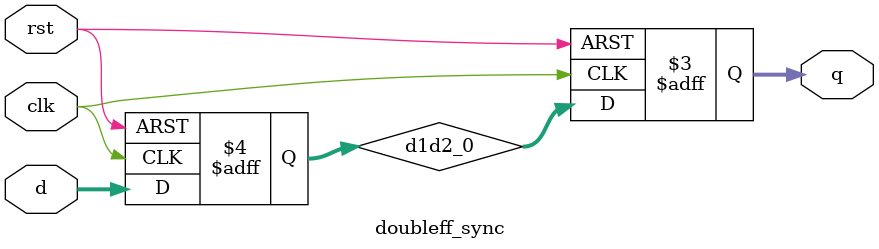
<source format=v>
`timescale 1ns / 1ps

module doubleff_sync(clk,rst,d,q);
parameter WIDTH = 4;

input clk,rst;
input [WIDTH-1:0] d;
output reg [WIDTH-1:0] q;
reg [WIDTH-1:0] d1d2_0;

always @(posedge clk or negedge rst) begin
   if(!rst) begin
     {d1d2_0,q} <= 0;
   end
   else begin
       d1d2_0 <= d;
       q <= d1d2_0;
       end
end


endmodule

</source>
